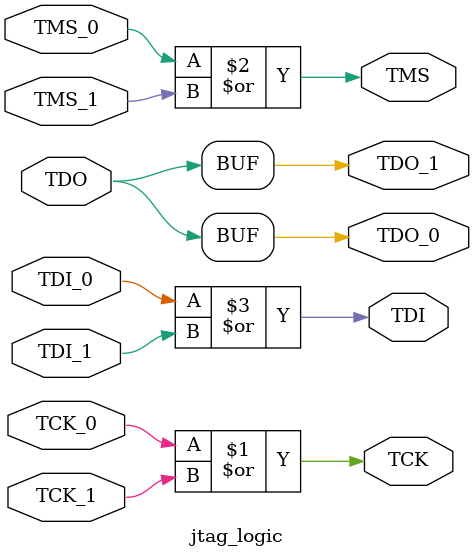
<source format=v>
`timescale 1ns / 1ps


module jtag_logic # ()
(
    (* X_INTERFACE_INFO = "xilinx.com:interface:jtag:2.0 JTAG_0 TCK" *)
    input   wire                                  TCK_0,
    (* X_INTERFACE_INFO = "xilinx.com:interface:jtag:2.0 JTAG_0 TMS" *)
    input   wire                                  TMS_0,
    (* X_INTERFACE_INFO = "xilinx.com:interface:jtag:2.0 JTAG_0 TDI" *)
    input   wire                                  TDI_0,
    (* X_INTERFACE_INFO = "xilinx.com:interface:jtag:2.0 JTAG_0 TDO" *)
    output  wire                                  TDO_0,
    
    (* X_INTERFACE_INFO = "xilinx.com:interface:jtag:2.0 JTAG_1 TCK" *)
    input   wire                                  TCK_1,
    (* X_INTERFACE_INFO = "xilinx.com:interface:jtag:2.0 JTAG_1 TMS" *)
    input   wire                                  TMS_1,
    (* X_INTERFACE_INFO = "xilinx.com:interface:jtag:2.0 JTAG_1 TDI" *)
    input   wire                                  TDI_1,
    (* X_INTERFACE_INFO = "xilinx.com:interface:jtag:2.0 JTAG_1 TDO" *)
    output  wire                                  TDO_1,
    
    (* X_INTERFACE_INFO = "xilinx.com:interface:jtag:2.0 JTAG TCK" *)
    output  wire                                  TCK,
    (* X_INTERFACE_INFO = "xilinx.com:interface:jtag:2.0 JTAG TMS" *)
    output  wire                                  TMS,
    (* X_INTERFACE_INFO = "xilinx.com:interface:jtag:2.0 JTAG TDI" *)
    output  wire                                  TDI,
    (* X_INTERFACE_INFO = "xilinx.com:interface:jtag:2.0 JTAG TDO" *)
    input   wire                                  TDO
);

assign TCK = TCK_0 | TCK_1;
assign TMS = TMS_0 | TMS_1;
assign TDI = TDI_0 | TDI_1;
assign TDO_0 = TDO;
assign TDO_1 = TDO; 
 
endmodule

</source>
